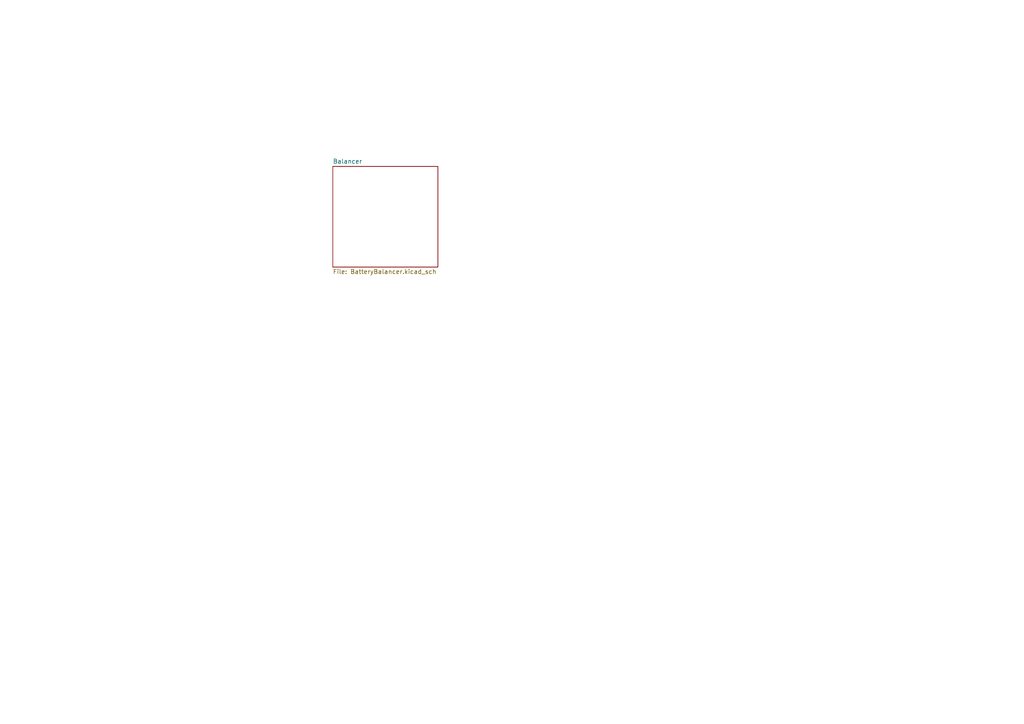
<source format=kicad_sch>
(kicad_sch (version 20230121) (generator eeschema)
  (paper "A4")
  (lib_symbols)
  (sheet (at 96.52 48.26) (size 30.48 29.21) (stroke (width 0.1524))
    (property "Sheetname" "Balancer" (at 96.52 47.5484 0) (effects (justify left bottom)))
    (property "Sheetfile" "BatteryBalancer.kicad_sch" (at 96.52 78.0546 0) (effects (justify left top)))
  )
)
</source>
